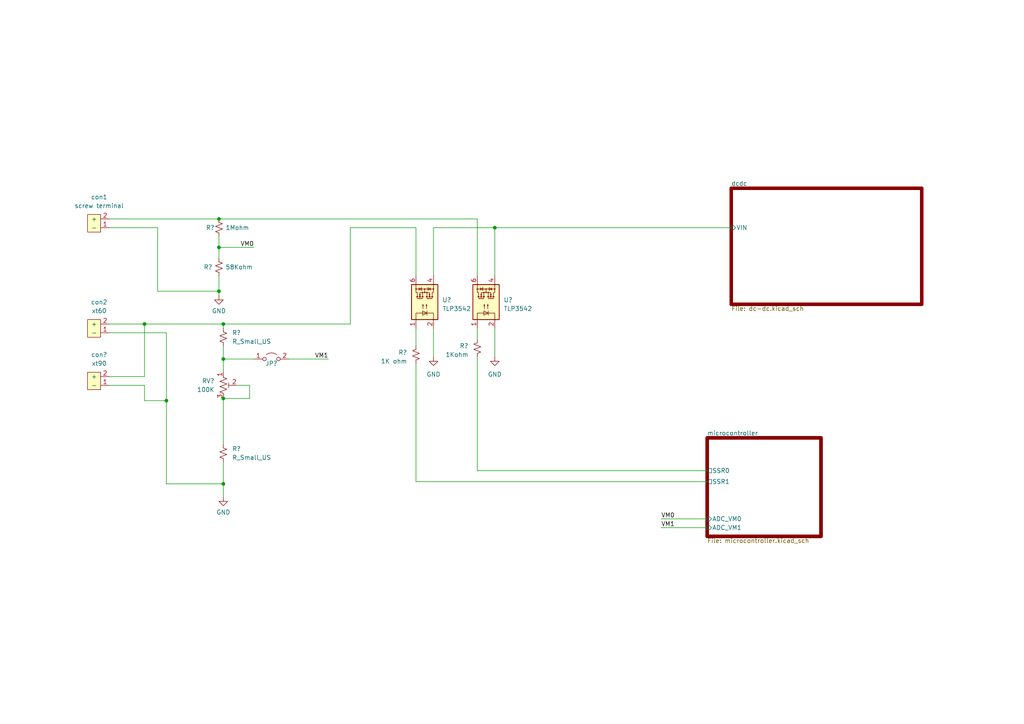
<source format=kicad_sch>
(kicad_sch (version 20210406) (generator eeschema)
  (paper "A4")
  (lib_symbols
    (symbol "Device:R_Potentiometer_Trim_US" (pin_names (offset 1.016) hide)
      (property "Reference" "RV" (at -4.445 0 90))
      (property "Value" "R_Potentiometer_Trim_US" (at -2.54 0 90))
      (symbol "R_Potentiometer_Trim_US_0_1"
        (polyline (pts (xy 0 -2.286) (xy 0 -2.54)))
        (polyline (pts (xy 0 2.286) (xy 0 2.54)))
        (polyline (pts (xy 1.524 0.762) (xy 1.524 -0.762)))
        (polyline (pts (xy 2.54 0) (xy 1.524 0)))
        (polyline (pts (xy 0 -0.762) (xy 1.016 -1.143) (xy 0 -1.524) (xy -1.016 -1.905) (xy 0 -2.286)))
        (polyline (pts (xy 0 0.762) (xy 1.016 0.381) (xy 0 0) (xy -1.016 -0.381) (xy 0 -0.762)))
        (polyline (pts (xy 0 2.286) (xy 1.016 1.905) (xy 0 1.524) (xy -1.016 1.143) (xy 0 0.762)))
      )
      (symbol "R_Potentiometer_Trim_US_1_1"
        (pin passive line (at 0 3.81 270) (length 1.27) (name "1") (number "1"))
        (pin passive line (at 3.81 0 180) (length 1.27) (name "2") (number "2"))
        (pin passive line (at 0 -3.81 90) (length 1.27) (name "3") (number "3"))
      )
    )
    (symbol "Device:R_Small_US" (pin_numbers hide) (pin_names (offset 0.254) hide)
      (property "Reference" "R" (at 0.762 0.508 0))
      (property "Value" "R_Small_US" (at 0.762 -1.016 0))
      (symbol "R_Small_US_1_1"
        (polyline (pts (xy 0 0) (xy 1.016 -0.381) (xy 0 -0.762) (xy -1.016 -1.143) (xy 0 -1.524)))
        (polyline (pts (xy 0 1.524) (xy 1.016 1.143) (xy 0 0.762) (xy -1.016 0.381) (xy 0 0)))
        (pin passive line (at 0 2.54 270) (length 1.016) (name "~") (number "1"))
        (pin passive line (at 0 -2.54 90) (length 1.016) (name "~") (number "2"))
      )
    )
    (symbol "Jumper:Jumper_2_Open" (pin_names (offset 0) hide)
      (property "Reference" "JP" (at 0 2.794 0))
      (property "Value" "Jumper_2_Open" (at 0 -2.286 0))
      (symbol "Jumper_2_Open_0_0"
        (circle (center -2.032 0) (radius 0.508))
        (circle (center 2.032 0) (radius 0.508))
      )
      (symbol "Jumper_2_Open_0_1"
        (arc (start -1.524 1.27) (end 1.524 1.27) (radius (at 0 -0.762) (length 2.54) (angles 126.9 53.1)))
      )
      (symbol "Jumper_2_Open_1_1"
        (pin passive line (at -5.08 0 0) (length 2.54) (name "A") (number "1"))
        (pin passive line (at 5.08 0 180) (length 2.54) (name "B") (number "2"))
      )
    )
    (symbol "Relay_SolidState:TLP3542"
      (property "Reference" "U" (at -3.81 5.08 0))
      (property "Value" "TLP3542" (at -1.27 -5.08 0))
      (symbol "TLP3542_0_1"
        (circle (center 2.794 -0.635) (radius 0.127))
        (circle (center 2.794 0) (radius 0.127))
        (circle (center 2.794 0.635) (radius 0.127))
        (circle (center 3.81 -2.54) (radius 0.127))
        (circle (center 3.81 0) (radius 0.127))
        (circle (center 3.81 2.54) (radius 0.127))
        (rectangle (start -5.08 3.81) (end 5.08 -3.81) (stroke (width 0.254)) (fill (type background)))
        (polyline (pts (xy -3.81 -0.635) (xy -2.54 -0.635)))
        (polyline (pts (xy 1.016 -0.635) (xy 1.016 -2.159)) (stroke (width 0.2032)))
        (polyline (pts (xy 1.016 2.159) (xy 1.016 0.635)) (stroke (width 0.2032)))
        (polyline (pts (xy 1.524 -0.508) (xy 1.524 -0.762)) (stroke (width 0.3556)))
        (polyline (pts (xy 2.794 0) (xy 3.81 0)))
        (polyline (pts (xy 3.429 -1.651) (xy 4.191 -1.651)))
        (polyline (pts (xy 3.429 1.651) (xy 4.191 1.651)))
        (polyline (pts (xy 3.81 -2.54) (xy 3.81 2.54)))
        (polyline (pts (xy 1.524 -2.032) (xy 1.524 -2.286) (xy 1.524 -2.286)) (stroke (width 0.3556)))
        (polyline (pts (xy 1.524 -1.27) (xy 1.524 -1.524) (xy 1.524 -1.524)) (stroke (width 0.3556)))
        (polyline (pts (xy 1.524 0.762) (xy 1.524 0.508) (xy 1.524 0.508)) (stroke (width 0.3556)))
        (polyline (pts (xy 1.524 1.524) (xy 1.524 1.27) (xy 1.524 1.27)) (stroke (width 0.3556)))
        (polyline (pts (xy 1.524 2.286) (xy 1.524 2.032) (xy 1.524 2.032)) (stroke (width 0.3556)))
        (polyline (pts (xy 1.651 -1.397) (xy 2.794 -1.397) (xy 2.794 -0.635)))
        (polyline (pts (xy 1.651 1.397) (xy 2.794 1.397) (xy 2.794 0.635)))
        (polyline (pts (xy -5.08 2.54) (xy -3.175 2.54) (xy -3.175 -2.54) (xy -5.08 -2.54)))
        (polyline (pts (xy -3.175 -0.635) (xy -3.81 0.635) (xy -2.54 0.635) (xy -3.175 -0.635)))
        (polyline (pts (xy 1.651 -2.159) (xy 2.794 -2.159) (xy 2.794 -2.54) (xy 5.08 -2.54)))
        (polyline (pts (xy 1.651 -0.635) (xy 2.794 -0.635) (xy 2.794 0.635) (xy 1.651 0.635)))
        (polyline (pts (xy 1.651 2.159) (xy 2.794 2.159) (xy 2.794 2.54) (xy 5.08 2.54)))
        (polyline (pts (xy 1.778 -1.397) (xy 2.286 -1.27) (xy 2.286 -1.524) (xy 1.778 -1.397)))
        (polyline (pts (xy 1.778 1.397) (xy 2.286 1.524) (xy 2.286 1.27) (xy 1.778 1.397)))
        (polyline (pts (xy 3.81 -1.651) (xy 3.429 -0.889) (xy 4.191 -0.889) (xy 3.81 -1.651)))
        (polyline (pts (xy 3.81 1.651) (xy 3.429 0.889) (xy 4.191 0.889) (xy 3.81 1.651)))
        (polyline (pts (xy -1.905 -0.508) (xy -0.635 -0.508) (xy -1.016 -0.635) (xy -1.016 -0.381) (xy -0.635 -0.508)))
        (polyline (pts (xy -1.905 0.508) (xy -0.635 0.508) (xy -1.016 0.381) (xy -1.016 0.635) (xy -0.635 0.508)))
      )
      (symbol "TLP3542_1_1"
        (pin passive line (at -7.62 2.54 0) (length 2.54) (name "~") (number "1"))
        (pin passive line (at -7.62 -2.54 0) (length 2.54) (name "~") (number "2"))
        (pin no_connect line (at -5.08 0 0) (length 2.54) hide (name "~") (number "3"))
        (pin passive line (at 7.62 -2.54 180) (length 2.54) (name "~") (number "4"))
        (pin passive line (at 7.62 2.54 180) (length 2.54) (name "~") (number "6"))
      )
    )
    (symbol "conectors:battery_con" (pin_names (offset 1.016))
      (property "Reference" "con" (at 0 3.81 0))
      (property "Value" "battery_con" (at 3.81 2.54 90))
      (symbol "battery_con_1_1"
        (rectangle (start -1.27 2.54) (end 2.54 -2.54) (fill (type background)))
        (pin unspecified line (at -3.81 -1.27 0) (length 2.54) (name "-") (number "1"))
        (pin unspecified line (at -3.81 1.27 0) (length 2.54) (name "+") (number "2"))
      )
    )
    (symbol "power:GND" (power) (pin_names (offset 0))
      (property "Value" "GND" (at 0 -3.81 0))
      (symbol "GND_0_1"
        (polyline (pts (xy 0 0) (xy 0 -1.27) (xy 1.27 -1.27) (xy 0 -2.54) (xy -1.27 -1.27) (xy 0 -1.27)))
      )
      (symbol "GND_1_1"
        (pin power_in line (at 0 0 270) (length 0) hide (name "GND") (number "1"))
      )
    )
  )
  (junction (at 41.91 93.98) (diameter 0.9144))
  (junction (at 48.26 116.205) (diameter 0.9144))
  (junction (at 63.5 63.5) (diameter 0.9144))
  (junction (at 63.5 71.755) (diameter 0.9144))
  (junction (at 63.5 84.455) (diameter 0.9144))
  (junction (at 64.77 93.98) (diameter 0.9144))
  (junction (at 64.77 104.14) (diameter 0.9144))
  (junction (at 64.77 115.57) (diameter 0.9144))
  (junction (at 64.77 140.335) (diameter 0.9144))
  (junction (at 143.51 66.04) (diameter 0.9144))
  (wire (pts (xy 31.75 63.5) (xy 63.5 63.5)))
  (wire (pts (xy 31.75 66.04) (xy 45.72 66.04)))
  (wire (pts (xy 31.75 93.98) (xy 41.91 93.98)))
  (wire (pts (xy 31.75 109.22) (xy 41.91 109.22)))
  (wire (pts (xy 31.75 111.76) (xy 41.91 111.76)))
  (wire (pts (xy 41.91 93.98) (xy 64.77 93.98)))
  (wire (pts (xy 41.91 109.22) (xy 41.91 93.98)))
  (wire (pts (xy 41.91 111.76) (xy 41.91 116.205)))
  (wire (pts (xy 41.91 116.205) (xy 48.26 116.205)))
  (wire (pts (xy 45.72 84.455) (xy 45.72 66.04)))
  (wire (pts (xy 48.26 96.52) (xy 31.75 96.52)))
  (wire (pts (xy 48.26 96.52) (xy 48.26 116.205)))
  (wire (pts (xy 48.26 116.205) (xy 48.26 140.335)))
  (wire (pts (xy 63.5 63.5) (xy 138.43 63.5)))
  (wire (pts (xy 63.5 68.58) (xy 63.5 71.755)))
  (wire (pts (xy 63.5 71.755) (xy 63.5 74.93)))
  (wire (pts (xy 63.5 71.755) (xy 73.66 71.755)))
  (wire (pts (xy 63.5 80.01) (xy 63.5 84.455)))
  (wire (pts (xy 63.5 84.455) (xy 45.72 84.455)))
  (wire (pts (xy 63.5 84.455) (xy 63.5 85.725)))
  (wire (pts (xy 64.77 93.98) (xy 64.77 95.25)))
  (wire (pts (xy 64.77 93.98) (xy 101.6 93.98)))
  (wire (pts (xy 64.77 100.33) (xy 64.77 104.14)))
  (wire (pts (xy 64.77 104.14) (xy 64.77 107.95)))
  (wire (pts (xy 64.77 104.14) (xy 73.66 104.14)))
  (wire (pts (xy 64.77 115.57) (xy 64.77 128.905)))
  (wire (pts (xy 64.77 115.57) (xy 72.39 115.57)))
  (wire (pts (xy 64.77 133.985) (xy 64.77 140.335)))
  (wire (pts (xy 64.77 140.335) (xy 48.26 140.335)))
  (wire (pts (xy 64.77 140.335) (xy 64.77 144.145)))
  (wire (pts (xy 72.39 111.76) (xy 68.58 111.76)))
  (wire (pts (xy 72.39 115.57) (xy 72.39 111.76)))
  (wire (pts (xy 83.82 104.14) (xy 95.25 104.14)))
  (wire (pts (xy 101.6 66.04) (xy 101.6 93.98)))
  (wire (pts (xy 101.6 66.04) (xy 120.65 66.04)))
  (wire (pts (xy 120.65 66.04) (xy 120.65 80.01)))
  (wire (pts (xy 120.65 95.25) (xy 120.65 100.33)))
  (wire (pts (xy 120.65 105.41) (xy 120.65 139.7)))
  (wire (pts (xy 120.65 139.7) (xy 205.105 139.7)))
  (wire (pts (xy 125.73 66.04) (xy 143.51 66.04)))
  (wire (pts (xy 125.73 80.01) (xy 125.73 66.04)))
  (wire (pts (xy 125.73 95.25) (xy 125.73 103.505)))
  (wire (pts (xy 138.43 80.01) (xy 138.43 63.5)))
  (wire (pts (xy 138.43 95.25) (xy 138.43 98.425)))
  (wire (pts (xy 138.43 136.525) (xy 138.43 103.505)))
  (wire (pts (xy 143.51 66.04) (xy 212.09 66.04)))
  (wire (pts (xy 143.51 80.01) (xy 143.51 66.04)))
  (wire (pts (xy 143.51 95.25) (xy 143.51 103.505)))
  (wire (pts (xy 191.77 150.495) (xy 205.105 150.495)))
  (wire (pts (xy 191.77 153.035) (xy 205.105 153.035)))
  (wire (pts (xy 205.105 136.525) (xy 138.43 136.525)))
  (label "VM0" (at 73.66 71.755 180))
  (label "VM1" (at 95.25 104.14 180))
  (label "VM0" (at 191.77 150.495 0))
  (label "VM1" (at 191.77 153.035 0))
  (symbol (lib_id "power:GND") (at 63.5 85.725 0) (mirror y) (unit 1)
    (property "Reference" "#PWR?" (effects hide))
    (property "Value" "GND" (at 63.5 90.17 0))
  )
  (symbol (lib_id "power:GND") (at 64.77 144.145 0) (unit 1)
    (property "Reference" "#PWR?" (effects hide))
    (property "Value" "GND" (at 64.77 148.59 0))
  )
  (symbol (lib_id "power:GND") (at 125.73 103.505 0) (unit 1)
    (property "Reference" "#PWR?" (effects hide))
    (property "Value" "GND" (at 125.73 108.585 0))
  )
  (symbol (lib_id "power:GND") (at 143.51 103.505 0) (unit 1)
    (property "Reference" "#PWR0103" (effects hide))
    (property "Value" "GND" (at 143.51 108.585 0))
  )
  (symbol (lib_id "Device:R_Small_US") (at 63.5 66.04 0) (unit 1)
    (property "Reference" "R?" (at 59.69 66.0399 0) (effects (justify left)))
    (property "Value" "1Mohm" (at 65.405 66.0399 0) (effects (justify left)))
  )
  (symbol (lib_id "Device:R_Small_US") (at 63.5 77.47 0) (unit 1)
    (property "Reference" "R?" (at 59.055 77.4699 0) (effects (justify left)))
    (property "Value" "58Kohm" (at 65.405 77.4699 0) (effects (justify left)))
  )
  (symbol (lib_id "Device:R_Small_US") (at 64.77 97.79 0) (unit 1)
    (property "Reference" "R?" (at 67.31 96.5199 0) (effects (justify left)))
    (property "Value" "R_Small_US" (at 67.31 99.0599 0) (effects (justify left)))
  )
  (symbol (lib_id "Device:R_Small_US") (at 64.77 131.445 0) (unit 1)
    (property "Reference" "R?" (at 67.31 130.1749 0) (effects (justify left)))
    (property "Value" "R_Small_US" (at 67.31 132.7149 0) (effects (justify left)))
  )
  (symbol (lib_id "Device:R_Small_US") (at 120.65 102.87 0) (mirror x) (unit 1)
    (property "Reference" "R?" (at 118.11 102.2349 0) (effects (justify right)))
    (property "Value" "1K ohm " (at 118.11 104.7749 0) (effects (justify right)))
  )
  (symbol (lib_id "Device:R_Small_US") (at 138.43 100.965 0) (mirror x) (unit 1)
    (property "Reference" "R?" (at 135.89 100.3299 0) (effects (justify right)))
    (property "Value" "1Kohm" (at 135.89 102.8699 0) (effects (justify right)))
  )
  (symbol (lib_id "Jumper:Jumper_2_Open") (at 78.74 104.14 0) (unit 1)
    (property "Reference" "JP?" (at 78.74 105.41 0))
    (property "Value" "Jumper_2_Open" (effects hide))
  )
  (symbol (lib_id "conectors:battery_con") (at 27.94 64.77 0) (mirror y) (unit 1)
    (property "Reference" "con1" (at 28.7655 57.15 0))
    (property "Value" "screw terminal" (at 28.7655 59.69 0))
  )
  (symbol (lib_id "conectors:battery_con") (at 27.94 95.25 0) (mirror y) (unit 1)
    (property "Reference" "con2" (at 28.7655 87.63 0))
    (property "Value" "xt60" (at 28.7655 90.17 0))
  )
  (symbol (lib_id "conectors:battery_con") (at 27.94 110.49 0) (mirror y) (unit 1)
    (property "Reference" "con?" (at 28.7655 102.87 0))
    (property "Value" "xt90" (at 28.7655 105.41 0))
  )
  (symbol (lib_id "Device:R_Potentiometer_Trim_US") (at 64.77 111.76 0) (unit 1)
    (property "Reference" "RV?" (at 62.23 110.4899 0) (effects (justify right)))
    (property "Value" "100K" (at 62.23 113.0299 0) (effects (justify right)))
  )
  (symbol (lib_id "Relay_SolidState:TLP3542") (at 123.19 87.63 90) (unit 1)
    (property "Reference" "U?" (at 128.27 86.9949 90) (effects (justify right)))
    (property "Value" "TLP3542" (at 128.27 89.5349 90) (effects (justify right)))
    (property "Footprint" "Package_DIP:DIP-5-6_W7.62mm" (effects hide))
    (property "Datasheet" "https://toshiba.semicon-storage.com/info/docget.jsp?did=1284&prodName=TLP3542" (effects hide))
  )
  (symbol (lib_id "Relay_SolidState:TLP3542") (at 140.97 87.63 90) (unit 1)
    (property "Reference" "U?" (at 146.05 86.9949 90) (effects (justify right)))
    (property "Value" "TLP3542" (at 146.05 89.5349 90) (effects (justify right)))
    (property "Footprint" "Package_DIP:DIP-5-6_W7.62mm" (effects hide))
    (property "Datasheet" "https://toshiba.semicon-storage.com/info/docget.jsp?did=1284&prodName=TLP3542" (effects hide))
  )
  (sheet (at 212.09 54.61) (size 55.245 33.655) (stroke (width 1))
    (property "Sheet name" "dcdc" (at 212.09 53.9743 0) (effects (justify left bottom)))
    (property "Sheet file" "dc-dc.kicad_sch" (at 212.09 88.7737 0) (effects (justify left top)))
    (pin "VIN" input (at 212.09 66.04 180))
  )
  (sheet (at 205.105 127) (size 33.02 28.575) (stroke (width 1))
    (property "Sheet name" "microcontroller" (at 205.105 126.3643 0) (effects (justify left bottom)))
    (property "Sheet file" "microcontroller.kicad_sch" (at 205.105 156.0837 0) (effects (justify left top)))
    (pin "ADC_VM1" input (at 205.105 153.035 180))
    (pin "ADC_VM0" input (at 205.105 150.495 180))
    (pin "SSR1" output (at 205.105 139.7 180))
    (pin "SSR0" output (at 205.105 136.525 180))
  )
)
</source>
